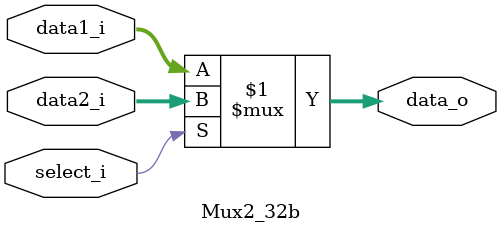
<source format=v>
module Mux2_32b(
    input  wire [31:0] data1_i,
    input  wire [31:0] data2_i,
    input  wire        select_i,
    output wire [31:0] data_o
    );

    assign data_o = (select_i) ? data2_i : data1_i ;

endmodule
</source>
